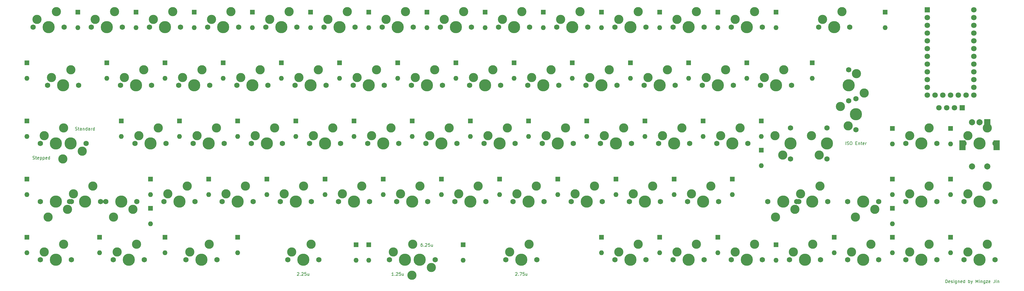
<source format=gbr>
%TF.GenerationSoftware,KiCad,Pcbnew,(6.0.1)*%
%TF.CreationDate,2022-05-17T01:35:01-04:00*%
%TF.ProjectId,GanJing 65 rev 2 hotswap,47616e4a-696e-4672-9036-352072657620,2*%
%TF.SameCoordinates,Original*%
%TF.FileFunction,Soldermask,Top*%
%TF.FilePolarity,Negative*%
%FSLAX46Y46*%
G04 Gerber Fmt 4.6, Leading zero omitted, Abs format (unit mm)*
G04 Created by KiCad (PCBNEW (6.0.1)) date 2022-05-17 01:35:01*
%MOMM*%
%LPD*%
G01*
G04 APERTURE LIST*
%ADD10C,0.150000*%
%ADD11R,1.600000X1.600000*%
%ADD12O,1.600000X1.600000*%
%ADD13R,1.800000X1.800000*%
%ADD14C,1.800000*%
%ADD15C,3.987800*%
%ADD16C,1.750000*%
%ADD17C,3.000000*%
%ADD18R,2.000000X3.200000*%
%ADD19R,2.000000X2.000000*%
%ADD20C,2.000000*%
G04 APERTURE END LIST*
D10*
X353235714Y-188571130D02*
X353235714Y-187571130D01*
X353473809Y-187571130D01*
X353616666Y-187618750D01*
X353711904Y-187713988D01*
X353759523Y-187809226D01*
X353807142Y-187999702D01*
X353807142Y-188142559D01*
X353759523Y-188333035D01*
X353711904Y-188428273D01*
X353616666Y-188523511D01*
X353473809Y-188571130D01*
X353235714Y-188571130D01*
X354616666Y-188523511D02*
X354521428Y-188571130D01*
X354330952Y-188571130D01*
X354235714Y-188523511D01*
X354188095Y-188428273D01*
X354188095Y-188047321D01*
X354235714Y-187952083D01*
X354330952Y-187904464D01*
X354521428Y-187904464D01*
X354616666Y-187952083D01*
X354664285Y-188047321D01*
X354664285Y-188142559D01*
X354188095Y-188237797D01*
X355045238Y-188523511D02*
X355140476Y-188571130D01*
X355330952Y-188571130D01*
X355426190Y-188523511D01*
X355473809Y-188428273D01*
X355473809Y-188380654D01*
X355426190Y-188285416D01*
X355330952Y-188237797D01*
X355188095Y-188237797D01*
X355092857Y-188190178D01*
X355045238Y-188094940D01*
X355045238Y-188047321D01*
X355092857Y-187952083D01*
X355188095Y-187904464D01*
X355330952Y-187904464D01*
X355426190Y-187952083D01*
X355902380Y-188571130D02*
X355902380Y-187904464D01*
X355902380Y-187571130D02*
X355854761Y-187618750D01*
X355902380Y-187666369D01*
X355950000Y-187618750D01*
X355902380Y-187571130D01*
X355902380Y-187666369D01*
X356807142Y-187904464D02*
X356807142Y-188713988D01*
X356759523Y-188809226D01*
X356711904Y-188856845D01*
X356616666Y-188904464D01*
X356473809Y-188904464D01*
X356378571Y-188856845D01*
X356807142Y-188523511D02*
X356711904Y-188571130D01*
X356521428Y-188571130D01*
X356426190Y-188523511D01*
X356378571Y-188475892D01*
X356330952Y-188380654D01*
X356330952Y-188094940D01*
X356378571Y-187999702D01*
X356426190Y-187952083D01*
X356521428Y-187904464D01*
X356711904Y-187904464D01*
X356807142Y-187952083D01*
X357283333Y-187904464D02*
X357283333Y-188571130D01*
X357283333Y-187999702D02*
X357330952Y-187952083D01*
X357426190Y-187904464D01*
X357569047Y-187904464D01*
X357664285Y-187952083D01*
X357711904Y-188047321D01*
X357711904Y-188571130D01*
X358569047Y-188523511D02*
X358473809Y-188571130D01*
X358283333Y-188571130D01*
X358188095Y-188523511D01*
X358140476Y-188428273D01*
X358140476Y-188047321D01*
X358188095Y-187952083D01*
X358283333Y-187904464D01*
X358473809Y-187904464D01*
X358569047Y-187952083D01*
X358616666Y-188047321D01*
X358616666Y-188142559D01*
X358140476Y-188237797D01*
X359473809Y-188571130D02*
X359473809Y-187571130D01*
X359473809Y-188523511D02*
X359378571Y-188571130D01*
X359188095Y-188571130D01*
X359092857Y-188523511D01*
X359045238Y-188475892D01*
X358997619Y-188380654D01*
X358997619Y-188094940D01*
X359045238Y-187999702D01*
X359092857Y-187952083D01*
X359188095Y-187904464D01*
X359378571Y-187904464D01*
X359473809Y-187952083D01*
X360711904Y-188571130D02*
X360711904Y-187571130D01*
X360711904Y-187952083D02*
X360807142Y-187904464D01*
X360997619Y-187904464D01*
X361092857Y-187952083D01*
X361140476Y-187999702D01*
X361188095Y-188094940D01*
X361188095Y-188380654D01*
X361140476Y-188475892D01*
X361092857Y-188523511D01*
X360997619Y-188571130D01*
X360807142Y-188571130D01*
X360711904Y-188523511D01*
X361521428Y-187904464D02*
X361759523Y-188571130D01*
X361997619Y-187904464D02*
X361759523Y-188571130D01*
X361664285Y-188809226D01*
X361616666Y-188856845D01*
X361521428Y-188904464D01*
X363140476Y-188571130D02*
X363140476Y-187571130D01*
X363473809Y-188285416D01*
X363807142Y-187571130D01*
X363807142Y-188571130D01*
X364283333Y-188571130D02*
X364283333Y-187904464D01*
X364283333Y-187571130D02*
X364235714Y-187618750D01*
X364283333Y-187666369D01*
X364330952Y-187618750D01*
X364283333Y-187571130D01*
X364283333Y-187666369D01*
X364759523Y-187904464D02*
X364759523Y-188571130D01*
X364759523Y-187999702D02*
X364807142Y-187952083D01*
X364902380Y-187904464D01*
X365045238Y-187904464D01*
X365140476Y-187952083D01*
X365188095Y-188047321D01*
X365188095Y-188571130D01*
X366092857Y-187904464D02*
X366092857Y-188713988D01*
X366045238Y-188809226D01*
X365997619Y-188856845D01*
X365902380Y-188904464D01*
X365759523Y-188904464D01*
X365664285Y-188856845D01*
X366092857Y-188523511D02*
X365997619Y-188571130D01*
X365807142Y-188571130D01*
X365711904Y-188523511D01*
X365664285Y-188475892D01*
X365616666Y-188380654D01*
X365616666Y-188094940D01*
X365664285Y-187999702D01*
X365711904Y-187952083D01*
X365807142Y-187904464D01*
X365997619Y-187904464D01*
X366092857Y-187952083D01*
X366473809Y-187904464D02*
X366997619Y-187904464D01*
X366473809Y-188571130D01*
X366997619Y-188571130D01*
X367759523Y-188523511D02*
X367664285Y-188571130D01*
X367473809Y-188571130D01*
X367378571Y-188523511D01*
X367330952Y-188428273D01*
X367330952Y-188047321D01*
X367378571Y-187952083D01*
X367473809Y-187904464D01*
X367664285Y-187904464D01*
X367759523Y-187952083D01*
X367807142Y-188047321D01*
X367807142Y-188142559D01*
X367330952Y-188237797D01*
X369283333Y-187571130D02*
X369283333Y-188285416D01*
X369235714Y-188428273D01*
X369140476Y-188523511D01*
X368997619Y-188571130D01*
X368902380Y-188571130D01*
X369759523Y-188571130D02*
X369759523Y-187904464D01*
X369759523Y-187571130D02*
X369711904Y-187618750D01*
X369759523Y-187666369D01*
X369807142Y-187618750D01*
X369759523Y-187571130D01*
X369759523Y-187666369D01*
X370235714Y-187904464D02*
X370235714Y-188571130D01*
X370235714Y-187999702D02*
X370283333Y-187952083D01*
X370378571Y-187904464D01*
X370521428Y-187904464D01*
X370616666Y-187952083D01*
X370664285Y-188047321D01*
X370664285Y-188571130D01*
X68294642Y-138517261D02*
X68437500Y-138564880D01*
X68675595Y-138564880D01*
X68770833Y-138517261D01*
X68818452Y-138469642D01*
X68866071Y-138374404D01*
X68866071Y-138279166D01*
X68818452Y-138183928D01*
X68770833Y-138136309D01*
X68675595Y-138088690D01*
X68485119Y-138041071D01*
X68389880Y-137993452D01*
X68342261Y-137945833D01*
X68294642Y-137850595D01*
X68294642Y-137755357D01*
X68342261Y-137660119D01*
X68389880Y-137612500D01*
X68485119Y-137564880D01*
X68723214Y-137564880D01*
X68866071Y-137612500D01*
X69151785Y-137898214D02*
X69532738Y-137898214D01*
X69294642Y-137564880D02*
X69294642Y-138422023D01*
X69342261Y-138517261D01*
X69437500Y-138564880D01*
X69532738Y-138564880D01*
X70294642Y-138564880D02*
X70294642Y-138041071D01*
X70247023Y-137945833D01*
X70151785Y-137898214D01*
X69961309Y-137898214D01*
X69866071Y-137945833D01*
X70294642Y-138517261D02*
X70199404Y-138564880D01*
X69961309Y-138564880D01*
X69866071Y-138517261D01*
X69818452Y-138422023D01*
X69818452Y-138326785D01*
X69866071Y-138231547D01*
X69961309Y-138183928D01*
X70199404Y-138183928D01*
X70294642Y-138136309D01*
X70770833Y-137898214D02*
X70770833Y-138564880D01*
X70770833Y-137993452D02*
X70818452Y-137945833D01*
X70913690Y-137898214D01*
X71056547Y-137898214D01*
X71151785Y-137945833D01*
X71199404Y-138041071D01*
X71199404Y-138564880D01*
X72104166Y-138564880D02*
X72104166Y-137564880D01*
X72104166Y-138517261D02*
X72008928Y-138564880D01*
X71818452Y-138564880D01*
X71723214Y-138517261D01*
X71675595Y-138469642D01*
X71627976Y-138374404D01*
X71627976Y-138088690D01*
X71675595Y-137993452D01*
X71723214Y-137945833D01*
X71818452Y-137898214D01*
X72008928Y-137898214D01*
X72104166Y-137945833D01*
X73008928Y-138564880D02*
X73008928Y-138041071D01*
X72961309Y-137945833D01*
X72866071Y-137898214D01*
X72675595Y-137898214D01*
X72580357Y-137945833D01*
X73008928Y-138517261D02*
X72913690Y-138564880D01*
X72675595Y-138564880D01*
X72580357Y-138517261D01*
X72532738Y-138422023D01*
X72532738Y-138326785D01*
X72580357Y-138231547D01*
X72675595Y-138183928D01*
X72913690Y-138183928D01*
X73008928Y-138136309D01*
X73485119Y-138564880D02*
X73485119Y-137898214D01*
X73485119Y-138088690D02*
X73532738Y-137993452D01*
X73580357Y-137945833D01*
X73675595Y-137898214D01*
X73770833Y-137898214D01*
X74532738Y-138564880D02*
X74532738Y-137564880D01*
X74532738Y-138517261D02*
X74437500Y-138564880D01*
X74247023Y-138564880D01*
X74151785Y-138517261D01*
X74104166Y-138469642D01*
X74056547Y-138374404D01*
X74056547Y-138088690D01*
X74104166Y-137993452D01*
X74151785Y-137945833D01*
X74247023Y-137898214D01*
X74437500Y-137898214D01*
X74532738Y-137945833D01*
X181903869Y-175664880D02*
X181713392Y-175664880D01*
X181618154Y-175712500D01*
X181570535Y-175760119D01*
X181475297Y-175902976D01*
X181427678Y-176093452D01*
X181427678Y-176474404D01*
X181475297Y-176569642D01*
X181522916Y-176617261D01*
X181618154Y-176664880D01*
X181808630Y-176664880D01*
X181903869Y-176617261D01*
X181951488Y-176569642D01*
X181999107Y-176474404D01*
X181999107Y-176236309D01*
X181951488Y-176141071D01*
X181903869Y-176093452D01*
X181808630Y-176045833D01*
X181618154Y-176045833D01*
X181522916Y-176093452D01*
X181475297Y-176141071D01*
X181427678Y-176236309D01*
X182427678Y-176569642D02*
X182475297Y-176617261D01*
X182427678Y-176664880D01*
X182380059Y-176617261D01*
X182427678Y-176569642D01*
X182427678Y-176664880D01*
X182856250Y-175760119D02*
X182903869Y-175712500D01*
X182999107Y-175664880D01*
X183237202Y-175664880D01*
X183332440Y-175712500D01*
X183380059Y-175760119D01*
X183427678Y-175855357D01*
X183427678Y-175950595D01*
X183380059Y-176093452D01*
X182808630Y-176664880D01*
X183427678Y-176664880D01*
X184332440Y-175664880D02*
X183856250Y-175664880D01*
X183808630Y-176141071D01*
X183856250Y-176093452D01*
X183951488Y-176045833D01*
X184189583Y-176045833D01*
X184284821Y-176093452D01*
X184332440Y-176141071D01*
X184380059Y-176236309D01*
X184380059Y-176474404D01*
X184332440Y-176569642D01*
X184284821Y-176617261D01*
X184189583Y-176664880D01*
X183951488Y-176664880D01*
X183856250Y-176617261D01*
X183808630Y-176569642D01*
X185237202Y-175998214D02*
X185237202Y-176664880D01*
X184808630Y-175998214D02*
X184808630Y-176522023D01*
X184856250Y-176617261D01*
X184951488Y-176664880D01*
X185094345Y-176664880D01*
X185189583Y-176617261D01*
X185237202Y-176569642D01*
X172474107Y-186189880D02*
X171902678Y-186189880D01*
X172188392Y-186189880D02*
X172188392Y-185189880D01*
X172093154Y-185332738D01*
X171997916Y-185427976D01*
X171902678Y-185475595D01*
X172902678Y-186094642D02*
X172950297Y-186142261D01*
X172902678Y-186189880D01*
X172855059Y-186142261D01*
X172902678Y-186094642D01*
X172902678Y-186189880D01*
X173331250Y-185285119D02*
X173378869Y-185237500D01*
X173474107Y-185189880D01*
X173712202Y-185189880D01*
X173807440Y-185237500D01*
X173855059Y-185285119D01*
X173902678Y-185380357D01*
X173902678Y-185475595D01*
X173855059Y-185618452D01*
X173283630Y-186189880D01*
X173902678Y-186189880D01*
X174807440Y-185189880D02*
X174331250Y-185189880D01*
X174283630Y-185666071D01*
X174331250Y-185618452D01*
X174426488Y-185570833D01*
X174664583Y-185570833D01*
X174759821Y-185618452D01*
X174807440Y-185666071D01*
X174855059Y-185761309D01*
X174855059Y-185999404D01*
X174807440Y-186094642D01*
X174759821Y-186142261D01*
X174664583Y-186189880D01*
X174426488Y-186189880D01*
X174331250Y-186142261D01*
X174283630Y-186094642D01*
X175712202Y-185523214D02*
X175712202Y-186189880D01*
X175283630Y-185523214D02*
X175283630Y-186047023D01*
X175331250Y-186142261D01*
X175426488Y-186189880D01*
X175569345Y-186189880D01*
X175664583Y-186142261D01*
X175712202Y-186094642D01*
%TO.C,MX76*%
X320540476Y-143327380D02*
X320540476Y-142327380D01*
X320969047Y-143279761D02*
X321111904Y-143327380D01*
X321350000Y-143327380D01*
X321445238Y-143279761D01*
X321492857Y-143232142D01*
X321540476Y-143136904D01*
X321540476Y-143041666D01*
X321492857Y-142946428D01*
X321445238Y-142898809D01*
X321350000Y-142851190D01*
X321159523Y-142803571D01*
X321064285Y-142755952D01*
X321016666Y-142708333D01*
X320969047Y-142613095D01*
X320969047Y-142517857D01*
X321016666Y-142422619D01*
X321064285Y-142375000D01*
X321159523Y-142327380D01*
X321397619Y-142327380D01*
X321540476Y-142375000D01*
X322159523Y-142327380D02*
X322350000Y-142327380D01*
X322445238Y-142375000D01*
X322540476Y-142470238D01*
X322588095Y-142660714D01*
X322588095Y-142994047D01*
X322540476Y-143184523D01*
X322445238Y-143279761D01*
X322350000Y-143327380D01*
X322159523Y-143327380D01*
X322064285Y-143279761D01*
X321969047Y-143184523D01*
X321921428Y-142994047D01*
X321921428Y-142660714D01*
X321969047Y-142470238D01*
X322064285Y-142375000D01*
X322159523Y-142327380D01*
X323778571Y-142803571D02*
X324111904Y-142803571D01*
X324254761Y-143327380D02*
X323778571Y-143327380D01*
X323778571Y-142327380D01*
X324254761Y-142327380D01*
X324683333Y-142660714D02*
X324683333Y-143327380D01*
X324683333Y-142755952D02*
X324730952Y-142708333D01*
X324826190Y-142660714D01*
X324969047Y-142660714D01*
X325064285Y-142708333D01*
X325111904Y-142803571D01*
X325111904Y-143327380D01*
X325445238Y-142660714D02*
X325826190Y-142660714D01*
X325588095Y-142327380D02*
X325588095Y-143184523D01*
X325635714Y-143279761D01*
X325730952Y-143327380D01*
X325826190Y-143327380D01*
X326540476Y-143279761D02*
X326445238Y-143327380D01*
X326254761Y-143327380D01*
X326159523Y-143279761D01*
X326111904Y-143184523D01*
X326111904Y-142803571D01*
X326159523Y-142708333D01*
X326254761Y-142660714D01*
X326445238Y-142660714D01*
X326540476Y-142708333D01*
X326588095Y-142803571D01*
X326588095Y-142898809D01*
X326111904Y-142994047D01*
X327016666Y-143327380D02*
X327016666Y-142660714D01*
X327016666Y-142851190D02*
X327064285Y-142755952D01*
X327111904Y-142708333D01*
X327207142Y-142660714D01*
X327302380Y-142660714D01*
%TO.C,MX75*%
X54364285Y-148042261D02*
X54507142Y-148089880D01*
X54745238Y-148089880D01*
X54840476Y-148042261D01*
X54888095Y-147994642D01*
X54935714Y-147899404D01*
X54935714Y-147804166D01*
X54888095Y-147708928D01*
X54840476Y-147661309D01*
X54745238Y-147613690D01*
X54554761Y-147566071D01*
X54459523Y-147518452D01*
X54411904Y-147470833D01*
X54364285Y-147375595D01*
X54364285Y-147280357D01*
X54411904Y-147185119D01*
X54459523Y-147137500D01*
X54554761Y-147089880D01*
X54792857Y-147089880D01*
X54935714Y-147137500D01*
X55221428Y-147423214D02*
X55602380Y-147423214D01*
X55364285Y-147089880D02*
X55364285Y-147947023D01*
X55411904Y-148042261D01*
X55507142Y-148089880D01*
X55602380Y-148089880D01*
X56316666Y-148042261D02*
X56221428Y-148089880D01*
X56030952Y-148089880D01*
X55935714Y-148042261D01*
X55888095Y-147947023D01*
X55888095Y-147566071D01*
X55935714Y-147470833D01*
X56030952Y-147423214D01*
X56221428Y-147423214D01*
X56316666Y-147470833D01*
X56364285Y-147566071D01*
X56364285Y-147661309D01*
X55888095Y-147756547D01*
X56792857Y-147423214D02*
X56792857Y-148423214D01*
X56792857Y-147470833D02*
X56888095Y-147423214D01*
X57078571Y-147423214D01*
X57173809Y-147470833D01*
X57221428Y-147518452D01*
X57269047Y-147613690D01*
X57269047Y-147899404D01*
X57221428Y-147994642D01*
X57173809Y-148042261D01*
X57078571Y-148089880D01*
X56888095Y-148089880D01*
X56792857Y-148042261D01*
X57697619Y-147423214D02*
X57697619Y-148423214D01*
X57697619Y-147470833D02*
X57792857Y-147423214D01*
X57983333Y-147423214D01*
X58078571Y-147470833D01*
X58126190Y-147518452D01*
X58173809Y-147613690D01*
X58173809Y-147899404D01*
X58126190Y-147994642D01*
X58078571Y-148042261D01*
X57983333Y-148089880D01*
X57792857Y-148089880D01*
X57697619Y-148042261D01*
X58983333Y-148042261D02*
X58888095Y-148089880D01*
X58697619Y-148089880D01*
X58602380Y-148042261D01*
X58554761Y-147947023D01*
X58554761Y-147566071D01*
X58602380Y-147470833D01*
X58697619Y-147423214D01*
X58888095Y-147423214D01*
X58983333Y-147470833D01*
X59030952Y-147566071D01*
X59030952Y-147661309D01*
X58554761Y-147756547D01*
X59888095Y-148089880D02*
X59888095Y-147089880D01*
X59888095Y-148042261D02*
X59792857Y-148089880D01*
X59602380Y-148089880D01*
X59507142Y-148042261D01*
X59459523Y-147994642D01*
X59411904Y-147899404D01*
X59411904Y-147613690D01*
X59459523Y-147518452D01*
X59507142Y-147470833D01*
X59602380Y-147423214D01*
X59792857Y-147423214D01*
X59888095Y-147470833D01*
%TO.C,MX64*%
X140946428Y-185285119D02*
X140994047Y-185237500D01*
X141089285Y-185189880D01*
X141327380Y-185189880D01*
X141422619Y-185237500D01*
X141470238Y-185285119D01*
X141517857Y-185380357D01*
X141517857Y-185475595D01*
X141470238Y-185618452D01*
X140898809Y-186189880D01*
X141517857Y-186189880D01*
X141946428Y-186094642D02*
X141994047Y-186142261D01*
X141946428Y-186189880D01*
X141898809Y-186142261D01*
X141946428Y-186094642D01*
X141946428Y-186189880D01*
X142375000Y-185285119D02*
X142422619Y-185237500D01*
X142517857Y-185189880D01*
X142755952Y-185189880D01*
X142851190Y-185237500D01*
X142898809Y-185285119D01*
X142946428Y-185380357D01*
X142946428Y-185475595D01*
X142898809Y-185618452D01*
X142327380Y-186189880D01*
X142946428Y-186189880D01*
X143851190Y-185189880D02*
X143375000Y-185189880D01*
X143327380Y-185666071D01*
X143375000Y-185618452D01*
X143470238Y-185570833D01*
X143708333Y-185570833D01*
X143803571Y-185618452D01*
X143851190Y-185666071D01*
X143898809Y-185761309D01*
X143898809Y-185999404D01*
X143851190Y-186094642D01*
X143803571Y-186142261D01*
X143708333Y-186189880D01*
X143470238Y-186189880D01*
X143375000Y-186142261D01*
X143327380Y-186094642D01*
X144755952Y-185523214D02*
X144755952Y-186189880D01*
X144327380Y-185523214D02*
X144327380Y-186047023D01*
X144375000Y-186142261D01*
X144470238Y-186189880D01*
X144613095Y-186189880D01*
X144708333Y-186142261D01*
X144755952Y-186094642D01*
%TO.C,MX67*%
X212383928Y-185285119D02*
X212431547Y-185237500D01*
X212526785Y-185189880D01*
X212764880Y-185189880D01*
X212860119Y-185237500D01*
X212907738Y-185285119D01*
X212955357Y-185380357D01*
X212955357Y-185475595D01*
X212907738Y-185618452D01*
X212336309Y-186189880D01*
X212955357Y-186189880D01*
X213383928Y-186094642D02*
X213431547Y-186142261D01*
X213383928Y-186189880D01*
X213336309Y-186142261D01*
X213383928Y-186094642D01*
X213383928Y-186189880D01*
X213764880Y-185189880D02*
X214431547Y-185189880D01*
X214002976Y-186189880D01*
X215288690Y-185189880D02*
X214812500Y-185189880D01*
X214764880Y-185666071D01*
X214812500Y-185618452D01*
X214907738Y-185570833D01*
X215145833Y-185570833D01*
X215241071Y-185618452D01*
X215288690Y-185666071D01*
X215336309Y-185761309D01*
X215336309Y-185999404D01*
X215288690Y-186094642D01*
X215241071Y-186142261D01*
X215145833Y-186189880D01*
X214907738Y-186189880D01*
X214812500Y-186142261D01*
X214764880Y-186094642D01*
X216193452Y-185523214D02*
X216193452Y-186189880D01*
X215764880Y-185523214D02*
X215764880Y-186047023D01*
X215812500Y-186142261D01*
X215907738Y-186189880D01*
X216050595Y-186189880D01*
X216145833Y-186142261D01*
X216193452Y-186094642D01*
%TD*%
D11*
%TO.C,D1*%
X69056250Y-99853750D03*
D12*
X69056250Y-104933750D03*
%TD*%
D11*
%TO.C,D2*%
X88106250Y-99853750D03*
D12*
X88106250Y-104933750D03*
%TD*%
D11*
%TO.C,D3*%
X107156250Y-99853750D03*
D12*
X107156250Y-104933750D03*
%TD*%
D11*
%TO.C,D4*%
X126206250Y-99853750D03*
D12*
X126206250Y-104933750D03*
%TD*%
D11*
%TO.C,D5*%
X145256250Y-99853750D03*
D12*
X145256250Y-104933750D03*
%TD*%
D11*
%TO.C,D6*%
X164306250Y-99853750D03*
D12*
X164306250Y-104933750D03*
%TD*%
D11*
%TO.C,D7*%
X183356250Y-99853750D03*
D12*
X183356250Y-104933750D03*
%TD*%
D11*
%TO.C,D8*%
X202406250Y-99853750D03*
D12*
X202406250Y-104933750D03*
%TD*%
D11*
%TO.C,D9*%
X221456250Y-99853750D03*
D12*
X221456250Y-104933750D03*
%TD*%
D11*
%TO.C,D10*%
X240506250Y-99853750D03*
D12*
X240506250Y-104933750D03*
%TD*%
D11*
%TO.C,D11*%
X259556250Y-99853750D03*
D12*
X259556250Y-104933750D03*
%TD*%
D11*
%TO.C,D12*%
X278606250Y-99853750D03*
D12*
X278606250Y-104933750D03*
%TD*%
D11*
%TO.C,D13*%
X297656250Y-99853750D03*
D12*
X297656250Y-104933750D03*
%TD*%
D11*
%TO.C,D14*%
X333375000Y-99853750D03*
D12*
X333375000Y-104933750D03*
%TD*%
D11*
%TO.C,D16*%
X52387500Y-116522500D03*
D12*
X52387500Y-121602500D03*
%TD*%
D11*
%TO.C,D17*%
X78581250Y-116522500D03*
D12*
X78581250Y-121602500D03*
%TD*%
D11*
%TO.C,D18*%
X97631250Y-116522500D03*
D12*
X97631250Y-121602500D03*
%TD*%
D11*
%TO.C,D19*%
X116681250Y-116522500D03*
D12*
X116681250Y-121602500D03*
%TD*%
D11*
%TO.C,D20*%
X135731250Y-116522500D03*
D12*
X135731250Y-121602500D03*
%TD*%
D11*
%TO.C,D21*%
X154781250Y-116522500D03*
D12*
X154781250Y-121602500D03*
%TD*%
D11*
%TO.C,D22*%
X173831250Y-116522500D03*
D12*
X173831250Y-121602500D03*
%TD*%
D11*
%TO.C,D23*%
X192881250Y-116522500D03*
D12*
X192881250Y-121602500D03*
%TD*%
D11*
%TO.C,D24*%
X211931250Y-116522500D03*
D12*
X211931250Y-121602500D03*
%TD*%
D11*
%TO.C,D25*%
X230981250Y-116522500D03*
D12*
X230981250Y-121602500D03*
%TD*%
D11*
%TO.C,D26*%
X250031250Y-116522500D03*
D12*
X250031250Y-121602500D03*
%TD*%
D11*
%TO.C,D27*%
X269081250Y-116522500D03*
D12*
X269081250Y-121602500D03*
%TD*%
D11*
%TO.C,D28*%
X288131250Y-116522500D03*
D12*
X288131250Y-121602500D03*
%TD*%
D11*
%TO.C,D29*%
X309562500Y-116522500D03*
D12*
X309562500Y-121602500D03*
%TD*%
D11*
%TO.C,D30*%
X335756250Y-137953750D03*
D12*
X335756250Y-143033750D03*
%TD*%
D11*
%TO.C,D31*%
X52387500Y-135572500D03*
D12*
X52387500Y-140652500D03*
%TD*%
D11*
%TO.C,D32*%
X83343750Y-135572500D03*
D12*
X83343750Y-140652500D03*
%TD*%
D11*
%TO.C,D33*%
X102393750Y-135572500D03*
D12*
X102393750Y-140652500D03*
%TD*%
D11*
%TO.C,D34*%
X121443750Y-135572500D03*
D12*
X121443750Y-140652500D03*
%TD*%
D11*
%TO.C,D35*%
X140493750Y-135572500D03*
D12*
X140493750Y-140652500D03*
%TD*%
D11*
%TO.C,D36*%
X159543750Y-135572500D03*
D12*
X159543750Y-140652500D03*
%TD*%
D11*
%TO.C,D37*%
X178593750Y-135572500D03*
D12*
X178593750Y-140652500D03*
%TD*%
D11*
%TO.C,D38*%
X197643750Y-135572500D03*
D12*
X197643750Y-140652500D03*
%TD*%
D11*
%TO.C,D39*%
X216693750Y-135572500D03*
D12*
X216693750Y-140652500D03*
%TD*%
D11*
%TO.C,D40*%
X235743750Y-135572500D03*
D12*
X235743750Y-140652500D03*
%TD*%
D11*
%TO.C,D41*%
X254793750Y-135572500D03*
D12*
X254793750Y-140652500D03*
%TD*%
D11*
%TO.C,D42*%
X273843750Y-135572500D03*
D12*
X273843750Y-140652500D03*
%TD*%
D11*
%TO.C,D44*%
X292893750Y-135572500D03*
D12*
X292893750Y-140652500D03*
%TD*%
D11*
%TO.C,D45*%
X335756250Y-154622500D03*
D12*
X335756250Y-159702500D03*
%TD*%
D11*
%TO.C,D46*%
X52387500Y-154622500D03*
D12*
X52387500Y-159702500D03*
%TD*%
D11*
%TO.C,D48*%
X92868750Y-154622500D03*
D12*
X92868750Y-159702500D03*
%TD*%
D11*
%TO.C,D49*%
X111918750Y-154622500D03*
D12*
X111918750Y-159702500D03*
%TD*%
D11*
%TO.C,D50*%
X130968750Y-154622500D03*
D12*
X130968750Y-159702500D03*
%TD*%
D11*
%TO.C,D51*%
X150018750Y-154622500D03*
D12*
X150018750Y-159702500D03*
%TD*%
D11*
%TO.C,D52*%
X169068750Y-154622500D03*
D12*
X169068750Y-159702500D03*
%TD*%
D11*
%TO.C,D53*%
X188118750Y-154622500D03*
D12*
X188118750Y-159702500D03*
%TD*%
D11*
%TO.C,D54*%
X207168750Y-154622500D03*
D12*
X207168750Y-159702500D03*
%TD*%
D11*
%TO.C,D55*%
X226218750Y-154622500D03*
D12*
X226218750Y-159702500D03*
%TD*%
D11*
%TO.C,D57*%
X264318750Y-154622500D03*
D12*
X264318750Y-159702500D03*
%TD*%
D11*
%TO.C,D58*%
X283368750Y-154622500D03*
D12*
X283368750Y-159702500D03*
%TD*%
D11*
%TO.C,D60*%
X354806250Y-154622500D03*
D12*
X354806250Y-159702500D03*
%TD*%
D11*
%TO.C,D61*%
X52387500Y-173672500D03*
D12*
X52387500Y-178752500D03*
%TD*%
D11*
%TO.C,D62*%
X76200000Y-173672500D03*
D12*
X76200000Y-178752500D03*
%TD*%
D11*
%TO.C,D63*%
X97631250Y-173672500D03*
D12*
X97631250Y-178752500D03*
%TD*%
D11*
%TO.C,D66*%
X164306250Y-176053750D03*
D12*
X164306250Y-181133750D03*
%TD*%
D11*
%TO.C,D68*%
X240506250Y-173672500D03*
D12*
X240506250Y-178752500D03*
%TD*%
D11*
%TO.C,D69*%
X259556250Y-173672500D03*
D12*
X259556250Y-178752500D03*
%TD*%
D11*
%TO.C,D70*%
X278606250Y-173672500D03*
D12*
X278606250Y-178752500D03*
%TD*%
D11*
%TO.C,D71*%
X297656250Y-176053750D03*
D12*
X297656250Y-181133750D03*
%TD*%
D11*
%TO.C,D72*%
X316706250Y-173672500D03*
D12*
X316706250Y-178752500D03*
%TD*%
D11*
%TO.C,D74*%
X354806250Y-173672500D03*
D12*
X354806250Y-178752500D03*
%TD*%
D11*
%TO.C,D15*%
X354806250Y-137953750D03*
D12*
X354806250Y-143033750D03*
%TD*%
D13*
%TO.C,DS1*%
X358616250Y-131250000D03*
D14*
X356076250Y-131250000D03*
X353536250Y-131250000D03*
X350996250Y-131250000D03*
%TD*%
D15*
%TO.C,MX1*%
X59531250Y-104775000D03*
D16*
X54451250Y-104775000D03*
D17*
X55721250Y-102235000D03*
X62071250Y-99695000D03*
D16*
X64611250Y-104775000D03*
%TD*%
D17*
%TO.C,MX2*%
X74771250Y-102235000D03*
D16*
X83661250Y-104775000D03*
D15*
X78581250Y-104775000D03*
D17*
X81121250Y-99695000D03*
D16*
X73501250Y-104775000D03*
%TD*%
%TO.C,MX3*%
X102711250Y-104775000D03*
D17*
X100171250Y-99695000D03*
D15*
X97631250Y-104775000D03*
D16*
X92551250Y-104775000D03*
D17*
X93821250Y-102235000D03*
%TD*%
%TO.C,MX4*%
X112871250Y-102235000D03*
D16*
X121761250Y-104775000D03*
X111601250Y-104775000D03*
D15*
X116681250Y-104775000D03*
D17*
X119221250Y-99695000D03*
%TD*%
D16*
%TO.C,MX5*%
X140811250Y-104775000D03*
X130651250Y-104775000D03*
D17*
X138271250Y-99695000D03*
D15*
X135731250Y-104775000D03*
D17*
X131921250Y-102235000D03*
%TD*%
%TO.C,MX6*%
X157321250Y-99695000D03*
D15*
X154781250Y-104775000D03*
D16*
X159861250Y-104775000D03*
D17*
X150971250Y-102235000D03*
D16*
X149701250Y-104775000D03*
%TD*%
%TO.C,MX7*%
X168751250Y-104775000D03*
D17*
X176371250Y-99695000D03*
D16*
X178911250Y-104775000D03*
D17*
X170021250Y-102235000D03*
D15*
X173831250Y-104775000D03*
%TD*%
D17*
%TO.C,MX8*%
X189071250Y-102235000D03*
D15*
X192881250Y-104775000D03*
D17*
X195421250Y-99695000D03*
D16*
X187801250Y-104775000D03*
X197961250Y-104775000D03*
%TD*%
D17*
%TO.C,MX9*%
X208121250Y-102235000D03*
D16*
X206851250Y-104775000D03*
D15*
X211931250Y-104775000D03*
D17*
X214471250Y-99695000D03*
D16*
X217011250Y-104775000D03*
%TD*%
D15*
%TO.C,MX10*%
X230981250Y-104775000D03*
D17*
X233521250Y-99695000D03*
X227171250Y-102235000D03*
D16*
X236061250Y-104775000D03*
X225901250Y-104775000D03*
%TD*%
%TO.C,MX11*%
X255111250Y-104775000D03*
X244951250Y-104775000D03*
D17*
X246221250Y-102235000D03*
X252571250Y-99695000D03*
D15*
X250031250Y-104775000D03*
%TD*%
D17*
%TO.C,MX12*%
X271621250Y-99695000D03*
D15*
X269081250Y-104775000D03*
D17*
X265271250Y-102235000D03*
D16*
X264001250Y-104775000D03*
X274161250Y-104775000D03*
%TD*%
D15*
%TO.C,MX13*%
X288131250Y-104775000D03*
D17*
X284321250Y-102235000D03*
D16*
X293211250Y-104775000D03*
D17*
X290671250Y-99695000D03*
D16*
X283051250Y-104775000D03*
%TD*%
D17*
%TO.C,MX14*%
X312896250Y-102235000D03*
X319246250Y-99695000D03*
D16*
X321786250Y-104775000D03*
X311626250Y-104775000D03*
D15*
X316706250Y-104775000D03*
%TD*%
%TO.C,MX16*%
X64293750Y-123825000D03*
D16*
X69373750Y-123825000D03*
D17*
X66833750Y-118745000D03*
D16*
X59213750Y-123825000D03*
D17*
X60483750Y-121285000D03*
%TD*%
D16*
%TO.C,MX17*%
X93186250Y-123825000D03*
X83026250Y-123825000D03*
D17*
X84296250Y-121285000D03*
D15*
X88106250Y-123825000D03*
D17*
X90646250Y-118745000D03*
%TD*%
%TO.C,MX18*%
X109696250Y-118745000D03*
D16*
X102076250Y-123825000D03*
D17*
X103346250Y-121285000D03*
D16*
X112236250Y-123825000D03*
D15*
X107156250Y-123825000D03*
%TD*%
D16*
%TO.C,MX19*%
X121126250Y-123825000D03*
X131286250Y-123825000D03*
D17*
X122396250Y-121285000D03*
D15*
X126206250Y-123825000D03*
D17*
X128746250Y-118745000D03*
%TD*%
D15*
%TO.C,MX20*%
X145256250Y-123825000D03*
D17*
X141446250Y-121285000D03*
X147796250Y-118745000D03*
D16*
X150336250Y-123825000D03*
X140176250Y-123825000D03*
%TD*%
D15*
%TO.C,MX21*%
X164306250Y-123825000D03*
D17*
X160496250Y-121285000D03*
X166846250Y-118745000D03*
D16*
X159226250Y-123825000D03*
X169386250Y-123825000D03*
%TD*%
D15*
%TO.C,MX22*%
X183356250Y-123825000D03*
D17*
X185896250Y-118745000D03*
D16*
X188436250Y-123825000D03*
D17*
X179546250Y-121285000D03*
D16*
X178276250Y-123825000D03*
%TD*%
%TO.C,MX23*%
X207486250Y-123825000D03*
D17*
X204946250Y-118745000D03*
D16*
X197326250Y-123825000D03*
D17*
X198596250Y-121285000D03*
D15*
X202406250Y-123825000D03*
%TD*%
D17*
%TO.C,MX24*%
X223996250Y-118745000D03*
D16*
X226536250Y-123825000D03*
D17*
X217646250Y-121285000D03*
D15*
X221456250Y-123825000D03*
D16*
X216376250Y-123825000D03*
%TD*%
D15*
%TO.C,MX25*%
X240506250Y-123825000D03*
D17*
X236696250Y-121285000D03*
X243046250Y-118745000D03*
D16*
X235426250Y-123825000D03*
X245586250Y-123825000D03*
%TD*%
D15*
%TO.C,MX26*%
X259556250Y-123825000D03*
D16*
X264636250Y-123825000D03*
D17*
X262096250Y-118745000D03*
D16*
X254476250Y-123825000D03*
D17*
X255746250Y-121285000D03*
%TD*%
%TO.C,MX27*%
X274796250Y-121285000D03*
X281146250Y-118745000D03*
D16*
X283686250Y-123825000D03*
D15*
X278606250Y-123825000D03*
D16*
X273526250Y-123825000D03*
%TD*%
D17*
%TO.C,MX28*%
X293846250Y-121285000D03*
D16*
X292576250Y-123825000D03*
D17*
X300196250Y-118745000D03*
D16*
X302736250Y-123825000D03*
D15*
X297656250Y-123825000D03*
%TD*%
D16*
%TO.C,MX29*%
X321468750Y-128905000D03*
D15*
X321468750Y-123825000D03*
D16*
X321468750Y-118745000D03*
D17*
X326548750Y-126365000D03*
X324008750Y-120015000D03*
%TD*%
%TO.C,MX30*%
X347821250Y-137795000D03*
D15*
X345281250Y-142875000D03*
D17*
X341471250Y-140335000D03*
D16*
X350361250Y-142875000D03*
X340201250Y-142875000D03*
%TD*%
D17*
%TO.C,MX31*%
X64135000Y-147955000D03*
D16*
X71755000Y-142875000D03*
D15*
X66675000Y-142875000D03*
D16*
X61595000Y-142875000D03*
D17*
X70485000Y-145415000D03*
%TD*%
D15*
%TO.C,MX32*%
X92868750Y-142875000D03*
D16*
X87788750Y-142875000D03*
X97948750Y-142875000D03*
D17*
X95408750Y-137795000D03*
X89058750Y-140335000D03*
%TD*%
%TO.C,MX33*%
X114458750Y-137795000D03*
X108108750Y-140335000D03*
D16*
X116998750Y-142875000D03*
X106838750Y-142875000D03*
D15*
X111918750Y-142875000D03*
%TD*%
D16*
%TO.C,MX34*%
X125888750Y-142875000D03*
D15*
X130968750Y-142875000D03*
D17*
X133508750Y-137795000D03*
X127158750Y-140335000D03*
D16*
X136048750Y-142875000D03*
%TD*%
D15*
%TO.C,MX35*%
X150018750Y-142875000D03*
D16*
X144938750Y-142875000D03*
D17*
X152558750Y-137795000D03*
X146208750Y-140335000D03*
D16*
X155098750Y-142875000D03*
%TD*%
%TO.C,MX36*%
X174148750Y-142875000D03*
X163988750Y-142875000D03*
D17*
X165258750Y-140335000D03*
X171608750Y-137795000D03*
D15*
X169068750Y-142875000D03*
%TD*%
D17*
%TO.C,MX37*%
X184308750Y-140335000D03*
D15*
X188118750Y-142875000D03*
D17*
X190658750Y-137795000D03*
D16*
X193198750Y-142875000D03*
X183038750Y-142875000D03*
%TD*%
%TO.C,MX38*%
X202088750Y-142875000D03*
D17*
X209708750Y-137795000D03*
X203358750Y-140335000D03*
D16*
X212248750Y-142875000D03*
D15*
X207168750Y-142875000D03*
%TD*%
D16*
%TO.C,MX39*%
X231298750Y-142875000D03*
X221138750Y-142875000D03*
D17*
X228758750Y-137795000D03*
X222408750Y-140335000D03*
D15*
X226218750Y-142875000D03*
%TD*%
D17*
%TO.C,MX40*%
X247808750Y-137795000D03*
D15*
X245268750Y-142875000D03*
D16*
X250348750Y-142875000D03*
D17*
X241458750Y-140335000D03*
D16*
X240188750Y-142875000D03*
%TD*%
%TO.C,MX41*%
X269398750Y-142875000D03*
D17*
X260508750Y-140335000D03*
D16*
X259238750Y-142875000D03*
D17*
X266858750Y-137795000D03*
D15*
X264318750Y-142875000D03*
%TD*%
D16*
%TO.C,MX42*%
X278288750Y-142875000D03*
D17*
X285908750Y-137795000D03*
D16*
X288448750Y-142875000D03*
D17*
X279558750Y-140335000D03*
D15*
X283368750Y-142875000D03*
%TD*%
D16*
%TO.C,MX44*%
X314325000Y-147955000D03*
X314325000Y-137795000D03*
D17*
X311785000Y-146685000D03*
D15*
X314325000Y-142875000D03*
D17*
X309245000Y-140335000D03*
%TD*%
%TO.C,MX45*%
X341471250Y-159385000D03*
X347821250Y-156845000D03*
D15*
X345281250Y-161925000D03*
D16*
X350361250Y-161925000D03*
X340201250Y-161925000D03*
%TD*%
%TO.C,MX46*%
X76517500Y-161925000D03*
X66357500Y-161925000D03*
D15*
X71437500Y-161925000D03*
D17*
X67627500Y-159385000D03*
X73977500Y-156845000D03*
%TD*%
D15*
%TO.C,MX48*%
X102393750Y-161925000D03*
D17*
X98583750Y-159385000D03*
X104933750Y-156845000D03*
D16*
X107473750Y-161925000D03*
X97313750Y-161925000D03*
%TD*%
D17*
%TO.C,MX49*%
X117633750Y-159385000D03*
D16*
X126523750Y-161925000D03*
D17*
X123983750Y-156845000D03*
D15*
X121443750Y-161925000D03*
D16*
X116363750Y-161925000D03*
%TD*%
%TO.C,MX50*%
X145573750Y-161925000D03*
D15*
X140493750Y-161925000D03*
D17*
X143033750Y-156845000D03*
X136683750Y-159385000D03*
D16*
X135413750Y-161925000D03*
%TD*%
%TO.C,MX51*%
X164623750Y-161925000D03*
D17*
X155733750Y-159385000D03*
D15*
X159543750Y-161925000D03*
D16*
X154463750Y-161925000D03*
D17*
X162083750Y-156845000D03*
%TD*%
D15*
%TO.C,MX52*%
X178593750Y-161925000D03*
D17*
X181133750Y-156845000D03*
X174783750Y-159385000D03*
D16*
X173513750Y-161925000D03*
X183673750Y-161925000D03*
%TD*%
%TO.C,MX53*%
X202723750Y-161925000D03*
D17*
X193833750Y-159385000D03*
D16*
X192563750Y-161925000D03*
D17*
X200183750Y-156845000D03*
D15*
X197643750Y-161925000D03*
%TD*%
D17*
%TO.C,MX54*%
X212883750Y-159385000D03*
X219233750Y-156845000D03*
D15*
X216693750Y-161925000D03*
D16*
X221773750Y-161925000D03*
X211613750Y-161925000D03*
%TD*%
%TO.C,MX55*%
X230663750Y-161925000D03*
D17*
X231933750Y-159385000D03*
D16*
X240823750Y-161925000D03*
D15*
X235743750Y-161925000D03*
D17*
X238283750Y-156845000D03*
%TD*%
%TO.C,MX56*%
X257333750Y-156845000D03*
D16*
X249713750Y-161925000D03*
D15*
X254793750Y-161925000D03*
D17*
X250983750Y-159385000D03*
D16*
X259873750Y-161925000D03*
%TD*%
D17*
%TO.C,MX57*%
X276383750Y-156845000D03*
D16*
X268763750Y-161925000D03*
X278923750Y-161925000D03*
D17*
X270033750Y-159385000D03*
D15*
X273843750Y-161925000D03*
%TD*%
%TO.C,MX58*%
X309562500Y-161925000D03*
D16*
X314642500Y-161925000D03*
D17*
X312102500Y-156845000D03*
X305752500Y-159385000D03*
D16*
X304482500Y-161925000D03*
%TD*%
D17*
%TO.C,MX60*%
X366871250Y-156845000D03*
D16*
X359251250Y-161925000D03*
D15*
X364331250Y-161925000D03*
D17*
X360521250Y-159385000D03*
D16*
X369411250Y-161925000D03*
%TD*%
%TO.C,MX61*%
X66992500Y-180975000D03*
D15*
X61912500Y-180975000D03*
D17*
X64452500Y-175895000D03*
D16*
X56832500Y-180975000D03*
D17*
X58102500Y-178435000D03*
%TD*%
%TO.C,MX62*%
X88265000Y-175895000D03*
X81915000Y-178435000D03*
D16*
X90805000Y-180975000D03*
X80645000Y-180975000D03*
D15*
X85725000Y-180975000D03*
%TD*%
D16*
%TO.C,MX63*%
X104457500Y-180975000D03*
D15*
X109537500Y-180975000D03*
D16*
X114617500Y-180975000D03*
D17*
X112077500Y-175895000D03*
X105727500Y-178435000D03*
%TD*%
D16*
%TO.C,MX68*%
X255111250Y-180975000D03*
X244951250Y-180975000D03*
D17*
X252571250Y-175895000D03*
D15*
X250031250Y-180975000D03*
D17*
X246221250Y-178435000D03*
%TD*%
%TO.C,MX69*%
X271621250Y-175895000D03*
D16*
X264001250Y-180975000D03*
D15*
X269081250Y-180975000D03*
D16*
X274161250Y-180975000D03*
D17*
X265271250Y-178435000D03*
%TD*%
%TO.C,MX70*%
X290671250Y-175895000D03*
X284321250Y-178435000D03*
D16*
X283051250Y-180975000D03*
D15*
X288131250Y-180975000D03*
D16*
X293211250Y-180975000D03*
%TD*%
D15*
%TO.C,MX71*%
X307181250Y-180975000D03*
D16*
X312261250Y-180975000D03*
D17*
X303371250Y-178435000D03*
X309721250Y-175895000D03*
D16*
X302101250Y-180975000D03*
%TD*%
D17*
%TO.C,MX72*%
X328771250Y-175895000D03*
D16*
X331311250Y-180975000D03*
D15*
X326231250Y-180975000D03*
D16*
X321151250Y-180975000D03*
D17*
X322421250Y-178435000D03*
%TD*%
D16*
%TO.C,MX73*%
X350361250Y-180975000D03*
D17*
X347821250Y-175895000D03*
D16*
X340201250Y-180975000D03*
D15*
X345281250Y-180975000D03*
D17*
X341471250Y-178435000D03*
%TD*%
D15*
%TO.C,MX74*%
X364331250Y-180975000D03*
D17*
X366871250Y-175895000D03*
D16*
X369411250Y-180975000D03*
D17*
X360521250Y-178435000D03*
D16*
X359251250Y-180975000D03*
%TD*%
D13*
%TO.C,U1*%
X347186250Y-99130000D03*
D14*
X347186250Y-101670000D03*
X347186250Y-104210000D03*
X347186250Y-106750000D03*
X347186250Y-109290000D03*
X347186250Y-111830000D03*
X347186250Y-114370000D03*
X347186250Y-116910000D03*
X347186250Y-119450000D03*
X347186250Y-121990000D03*
X347186250Y-124530000D03*
X347186250Y-127070000D03*
X362426250Y-127070000D03*
X362426250Y-124530000D03*
X362426250Y-121990000D03*
X362426250Y-119450000D03*
X362426250Y-116910000D03*
X362426250Y-114370000D03*
X362426250Y-111830000D03*
X362426250Y-109290000D03*
X362426250Y-106750000D03*
X362426250Y-104210000D03*
X362426250Y-101670000D03*
X362426250Y-99130000D03*
X349726250Y-127070000D03*
X352266250Y-127070000D03*
X354806250Y-127070000D03*
X357346250Y-127070000D03*
X359886250Y-127070000D03*
%TD*%
D11*
%TO.C,D56*%
X245268750Y-154622500D03*
D12*
X245268750Y-159702500D03*
%TD*%
D18*
%TO.C,SW1*%
X358731250Y-143475000D03*
X369931250Y-143475000D03*
D19*
X366831250Y-135975000D03*
D20*
X361831250Y-135975000D03*
X364331250Y-135975000D03*
X361831250Y-150475000D03*
X366831250Y-150475000D03*
%TD*%
D15*
%TO.C,MX66*%
X180975000Y-180975000D03*
D16*
X186055000Y-180975000D03*
X175895000Y-180975000D03*
D17*
X184785000Y-183515000D03*
X178435000Y-186055000D03*
%TD*%
D16*
%TO.C,MX65*%
X171132500Y-180975000D03*
D15*
X176212500Y-180975000D03*
D16*
X181292500Y-180975000D03*
D17*
X178752500Y-175895000D03*
X172402500Y-178435000D03*
%TD*%
D11*
%TO.C,D73*%
X335756250Y-173672500D03*
D12*
X335756250Y-178752500D03*
%TD*%
D11*
%TO.C,D43*%
X292893750Y-145097500D03*
D12*
X292893750Y-150177500D03*
%TD*%
D17*
%TO.C,MX15*%
X366871250Y-137795000D03*
D16*
X369411250Y-142875000D03*
X359251250Y-142875000D03*
D17*
X360521250Y-140335000D03*
D15*
X364331250Y-142875000D03*
%TD*%
D11*
%TO.C,D59*%
X335756250Y-164147500D03*
D12*
X335756250Y-169227500D03*
%TD*%
D11*
%TO.C,D67*%
X195262500Y-176053750D03*
D12*
X195262500Y-181133750D03*
%TD*%
D16*
%TO.C,MX77*%
X66992500Y-161925000D03*
D15*
X61912500Y-161925000D03*
D17*
X59372500Y-167005000D03*
X65722500Y-164465000D03*
D16*
X56832500Y-161925000D03*
%TD*%
%TO.C,MX76*%
X323850000Y-138430000D03*
D15*
X323850000Y-133350000D03*
D17*
X321310000Y-137160000D03*
D16*
X323850000Y-128270000D03*
D17*
X318770000Y-130810000D03*
%TD*%
%TO.C,MX75*%
X58102500Y-140335000D03*
D16*
X66992500Y-142875000D03*
X56832500Y-142875000D03*
D15*
X61912500Y-142875000D03*
D17*
X64452500Y-137795000D03*
%TD*%
%TO.C,MX43*%
X297338750Y-140335000D03*
D16*
X302418750Y-137795000D03*
X302418750Y-147955000D03*
D15*
X302418750Y-142875000D03*
D17*
X299878750Y-146685000D03*
%TD*%
D16*
%TO.C,MX64*%
X147955000Y-180975000D03*
X137795000Y-180975000D03*
D15*
X142875000Y-180975000D03*
D17*
X139065000Y-178435000D03*
X145415000Y-175895000D03*
%TD*%
D15*
%TO.C,MX47*%
X83343750Y-161925000D03*
D16*
X88423750Y-161925000D03*
X78263750Y-161925000D03*
D17*
X80803750Y-167005000D03*
X87153750Y-164465000D03*
%TD*%
D15*
%TO.C,MX78*%
X300037500Y-161925000D03*
D16*
X294957500Y-161925000D03*
D17*
X297497500Y-167005000D03*
X303847500Y-164465000D03*
D16*
X305117500Y-161925000D03*
%TD*%
D11*
%TO.C,D47*%
X92868750Y-164147500D03*
D12*
X92868750Y-169227500D03*
%TD*%
D11*
%TO.C,D64*%
X121443750Y-173672500D03*
D12*
X121443750Y-178752500D03*
%TD*%
D16*
%TO.C,MX67*%
X219392500Y-180975000D03*
D15*
X214312500Y-180975000D03*
D17*
X216852500Y-175895000D03*
X210502500Y-178435000D03*
D16*
X209232500Y-180975000D03*
%TD*%
D11*
%TO.C,D65*%
X160200000Y-176053750D03*
D12*
X160200000Y-181133750D03*
%TD*%
D16*
%TO.C,MX59*%
X321151250Y-161925000D03*
D17*
X330041250Y-164465000D03*
D15*
X326231250Y-161925000D03*
D16*
X331311250Y-161925000D03*
D17*
X323691250Y-167005000D03*
%TD*%
M02*

</source>
